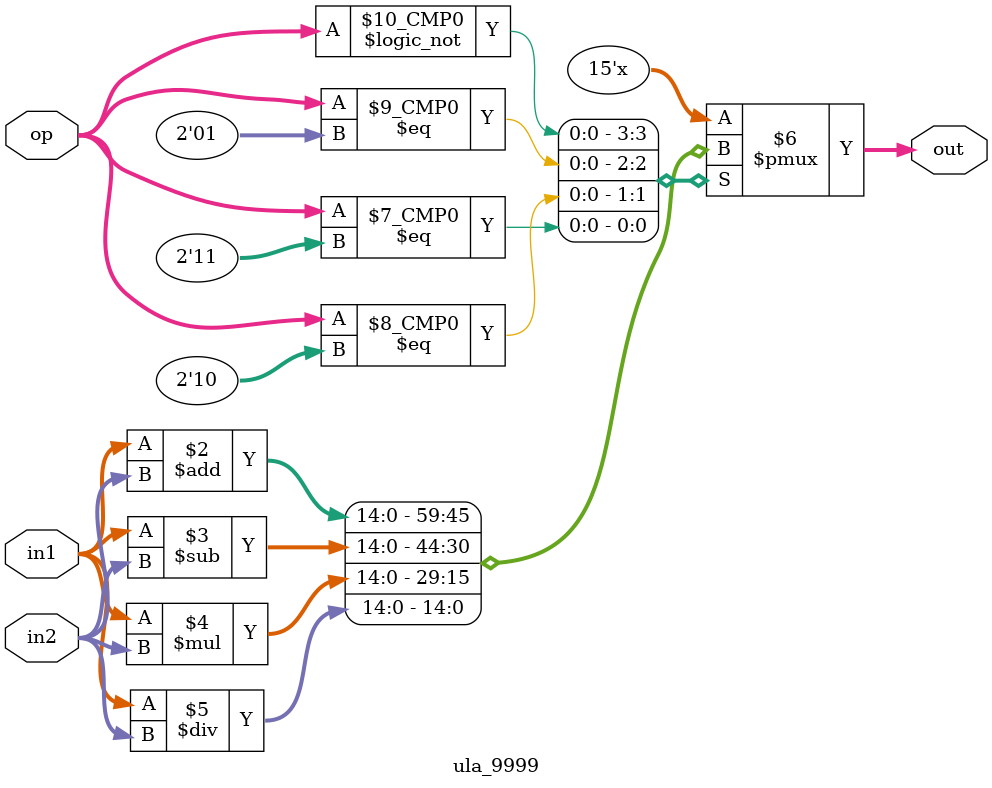
<source format=v>
module ula_9999 (
	input signed [14:0] in1, in2,
	input [1:0] op, // 0 soma, 1 sub, 2 mult, 3 div
	output reg signed [14:0] out
);


always @ (*)
begin
	case (op)
		0:	begin
			out <= in1+in2;
		end
		1:	begin
			out <= in1-in2;
		end
		2:	begin
			out <= in1*in2;
		end
		3:	begin
			out <= in1/in2;
		end
	endcase
end


endmodule

</source>
